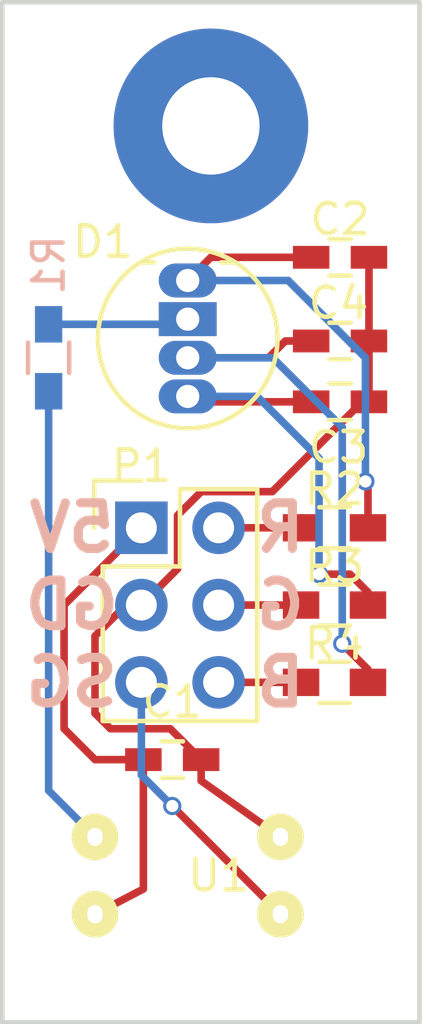
<source format=kicad_pcb>
(kicad_pcb (version 4) (host pcbnew 4.0.5+dfsg1-4)

  (general
    (links 19)
    (no_connects 4)
    (area 171.120999 86.792999 184.987001 120.471001)
    (thickness 1.6)
    (drawings 11)
    (tracks 66)
    (zones 0)
    (modules 12)
    (nets 13)
  )

  (page A4)
  (layers
    (0 F.Cu signal)
    (31 B.Cu signal)
    (32 B.Adhes user)
    (33 F.Adhes user)
    (34 B.Paste user)
    (35 F.Paste user)
    (36 B.SilkS user)
    (37 F.SilkS user)
    (38 B.Mask user)
    (39 F.Mask user)
    (40 Dwgs.User user)
    (41 Cmts.User user)
    (42 Eco1.User user)
    (43 Eco2.User user)
    (44 Edge.Cuts user)
    (45 Margin user)
    (46 B.CrtYd user)
    (47 F.CrtYd user)
    (48 B.Fab user)
    (49 F.Fab user)
  )

  (setup
    (last_trace_width 0.25)
    (trace_clearance 0.2)
    (zone_clearance 0.508)
    (zone_45_only no)
    (trace_min 0.2)
    (segment_width 0.2)
    (edge_width 0.15)
    (via_size 0.6)
    (via_drill 0.4)
    (via_min_size 0.4)
    (via_min_drill 0.3)
    (uvia_size 0.3)
    (uvia_drill 0.1)
    (uvias_allowed no)
    (uvia_min_size 0.2)
    (uvia_min_drill 0.1)
    (pcb_text_width 0.3)
    (pcb_text_size 1.5 1.5)
    (mod_edge_width 0.15)
    (mod_text_size 1 1)
    (mod_text_width 0.15)
    (pad_size 1.524 1.524)
    (pad_drill 0.762)
    (pad_to_mask_clearance 0.2)
    (aux_axis_origin 0 0)
    (visible_elements FFFEFF7F)
    (pcbplotparams
      (layerselection 0x00030_80000001)
      (usegerberextensions false)
      (excludeedgelayer true)
      (linewidth 0.100000)
      (plotframeref false)
      (viasonmask false)
      (mode 1)
      (useauxorigin false)
      (hpglpennumber 1)
      (hpglpenspeed 20)
      (hpglpendiameter 15)
      (hpglpenoverlay 2)
      (psnegative false)
      (psa4output false)
      (plotreference true)
      (plotvalue true)
      (plotinvisibletext false)
      (padsonsilk false)
      (subtractmaskfromsilk false)
      (outputformat 1)
      (mirror false)
      (drillshape 1)
      (scaleselection 1)
      (outputdirectory ""))
  )

  (net 0 "")
  (net 1 +5VL)
  (net 2 RED)
  (net 3 GND)
  (net 4 GREEN)
  (net 5 SIGNAL)
  (net 6 BLUE)
  (net 7 "Net-(D1-Pad2)")
  (net 8 "Net-(R1-Pad2)")
  (net 9 "Net-(P2-Pad1)")
  (net 10 "Net-(C2-Pad1)")
  (net 11 "Net-(C3-Pad1)")
  (net 12 "Net-(C4-Pad1)")

  (net_class Default "This is the default net class."
    (clearance 0.2)
    (trace_width 0.25)
    (via_dia 0.6)
    (via_drill 0.4)
    (uvia_dia 0.3)
    (uvia_drill 0.1)
    (add_net +5VL)
    (add_net BLUE)
    (add_net GND)
    (add_net GREEN)
    (add_net "Net-(C2-Pad1)")
    (add_net "Net-(C3-Pad1)")
    (add_net "Net-(C4-Pad1)")
    (add_net "Net-(D1-Pad2)")
    (add_net "Net-(P2-Pad1)")
    (add_net "Net-(R1-Pad2)")
    (add_net RED)
    (add_net SIGNAL)
  )

  (module Pin_Headers:Pin_Header_Straight_2x03 (layer F.Cu) (tedit 5A78B1A5) (tstamp 5A773EFC)
    (at 175.768 104.14)
    (descr "Through hole pin header")
    (tags "pin header")
    (path /5A7730C9)
    (fp_text reference P1 (at 0 -2.032) (layer F.SilkS)
      (effects (font (size 1 1) (thickness 0.15)))
    )
    (fp_text value CONN_02X03 (at -2.54 2.032 90) (layer F.Fab)
      (effects (font (size 1 1) (thickness 0.15)))
    )
    (fp_line (start -1.27 1.27) (end -1.27 6.35) (layer F.SilkS) (width 0.15))
    (fp_line (start -1.55 -1.55) (end 0 -1.55) (layer F.SilkS) (width 0.15))
    (fp_line (start -1.75 -1.75) (end -1.75 6.85) (layer F.CrtYd) (width 0.05))
    (fp_line (start 4.3 -1.75) (end 4.3 6.85) (layer F.CrtYd) (width 0.05))
    (fp_line (start -1.75 -1.75) (end 4.3 -1.75) (layer F.CrtYd) (width 0.05))
    (fp_line (start -1.75 6.85) (end 4.3 6.85) (layer F.CrtYd) (width 0.05))
    (fp_line (start 1.27 -1.27) (end 1.27 1.27) (layer F.SilkS) (width 0.15))
    (fp_line (start 1.27 1.27) (end -1.27 1.27) (layer F.SilkS) (width 0.15))
    (fp_line (start -1.27 6.35) (end 3.81 6.35) (layer F.SilkS) (width 0.15))
    (fp_line (start 3.81 6.35) (end 3.81 1.27) (layer F.SilkS) (width 0.15))
    (fp_line (start -1.55 -1.55) (end -1.55 0) (layer F.SilkS) (width 0.15))
    (fp_line (start 3.81 -1.27) (end 1.27 -1.27) (layer F.SilkS) (width 0.15))
    (fp_line (start 3.81 1.27) (end 3.81 -1.27) (layer F.SilkS) (width 0.15))
    (pad 1 thru_hole rect (at 0 0) (size 1.7272 1.7272) (drill 1.016) (layers *.Cu *.Mask)
      (net 1 +5VL))
    (pad 2 thru_hole oval (at 2.54 0) (size 1.7272 1.7272) (drill 1.016) (layers *.Cu *.Mask)
      (net 2 RED))
    (pad 3 thru_hole oval (at 0 2.54) (size 1.7272 1.7272) (drill 1.016) (layers *.Cu *.Mask)
      (net 3 GND))
    (pad 4 thru_hole oval (at 2.54 2.54) (size 1.7272 1.7272) (drill 1.016) (layers *.Cu *.Mask)
      (net 4 GREEN))
    (pad 5 thru_hole oval (at 0 5.08) (size 1.7272 1.7272) (drill 1.016) (layers *.Cu *.Mask)
      (net 5 SIGNAL))
    (pad 6 thru_hole oval (at 2.54 5.08) (size 1.7272 1.7272) (drill 1.016) (layers *.Cu *.Mask)
      (net 6 BLUE))
    (model Pin_Headers.3dshapes/Pin_Header_Straight_2x03.wrl
      (at (xyz 0.05 -0.1 0))
      (scale (xyz 1 1 1))
      (rotate (xyz 0 0 90))
    )
  )

  (module s4282:S4282-51 (layer F.Cu) (tedit 5A773F3B) (tstamp 5A773FA3)
    (at 177.292 115.57)
    (path /5A773059)
    (fp_text reference U1 (at 1.016 0) (layer F.SilkS)
      (effects (font (size 1 1) (thickness 0.15)))
    )
    (fp_text value S4282-51 (at 0 3.048) (layer F.Fab)
      (effects (font (size 1 1) (thickness 0.15)))
    )
    (pad 1 thru_hole circle (at -3.048 -1.27) (size 1.524 1.524) (drill oval 0.5 0.6) (layers *.Cu *.Mask F.SilkS)
      (net 8 "Net-(R1-Pad2)"))
    (pad 4 thru_hole circle (at 3.048 -1.27) (size 1.524 1.524) (drill oval 0.5 0.6) (layers *.Cu *.Mask F.SilkS)
      (net 3 GND))
    (pad 2 thru_hole circle (at -3.048 1.27) (size 1.524 1.524) (drill oval 0.5 0.6) (layers *.Cu *.Mask F.SilkS)
      (net 1 +5VL))
    (pad 3 thru_hole circle (at 3.048 1.27) (size 1.524 1.524) (drill oval 0.5 0.6) (layers *.Cu *.Mask F.SilkS)
      (net 5 SIGNAL))
  )

  (module Capacitors_SMD:C_0603_HandSoldering (layer F.Cu) (tedit 5A773F2C) (tstamp 5A77B38C)
    (at 176.784 111.76)
    (descr "Capacitor SMD 0603, hand soldering")
    (tags "capacitor 0603")
    (path /5A7740A3)
    (attr smd)
    (fp_text reference C1 (at 0 -1.9) (layer F.SilkS)
      (effects (font (size 1 1) (thickness 0.15)))
    )
    (fp_text value 1uF (at 3.556 0) (layer F.Fab)
      (effects (font (size 1 1) (thickness 0.15)))
    )
    (fp_line (start -0.8 0.4) (end -0.8 -0.4) (layer F.Fab) (width 0.15))
    (fp_line (start 0.8 0.4) (end -0.8 0.4) (layer F.Fab) (width 0.15))
    (fp_line (start 0.8 -0.4) (end 0.8 0.4) (layer F.Fab) (width 0.15))
    (fp_line (start -0.8 -0.4) (end 0.8 -0.4) (layer F.Fab) (width 0.15))
    (fp_line (start -1.85 -0.75) (end 1.85 -0.75) (layer F.CrtYd) (width 0.05))
    (fp_line (start -1.85 0.75) (end 1.85 0.75) (layer F.CrtYd) (width 0.05))
    (fp_line (start -1.85 -0.75) (end -1.85 0.75) (layer F.CrtYd) (width 0.05))
    (fp_line (start 1.85 -0.75) (end 1.85 0.75) (layer F.CrtYd) (width 0.05))
    (fp_line (start -0.35 -0.6) (end 0.35 -0.6) (layer F.SilkS) (width 0.15))
    (fp_line (start 0.35 0.6) (end -0.35 0.6) (layer F.SilkS) (width 0.15))
    (pad 1 smd rect (at -0.95 0) (size 1.2 0.75) (layers F.Cu F.Paste F.Mask)
      (net 1 +5VL))
    (pad 2 smd rect (at 0.95 0) (size 1.2 0.75) (layers F.Cu F.Paste F.Mask)
      (net 3 GND))
    (model Capacitors_SMD.3dshapes/C_0603_HandSoldering.wrl
      (at (xyz 0 0 0))
      (scale (xyz 1 1 1))
      (rotate (xyz 0 0 0))
    )
  )

  (module Resistors_SMD:R_0603_HandSoldering (layer B.Cu) (tedit 5A78B1CC) (tstamp 5A792218)
    (at 172.72 98.552 270)
    (descr "Resistor SMD 0603, hand soldering")
    (tags "resistor 0603")
    (path /5A7B07A9)
    (attr smd)
    (fp_text reference R1 (at -3.048 0 270) (layer B.SilkS)
      (effects (font (size 1 1) (thickness 0.15)) (justify mirror))
    )
    (fp_text value R (at 0 -1.9 270) (layer B.Fab)
      (effects (font (size 1 1) (thickness 0.15)) (justify mirror))
    )
    (fp_line (start -0.8 -0.4) (end -0.8 0.4) (layer B.Fab) (width 0.1))
    (fp_line (start 0.8 -0.4) (end -0.8 -0.4) (layer B.Fab) (width 0.1))
    (fp_line (start 0.8 0.4) (end 0.8 -0.4) (layer B.Fab) (width 0.1))
    (fp_line (start -0.8 0.4) (end 0.8 0.4) (layer B.Fab) (width 0.1))
    (fp_line (start -2 0.8) (end 2 0.8) (layer B.CrtYd) (width 0.05))
    (fp_line (start -2 -0.8) (end 2 -0.8) (layer B.CrtYd) (width 0.05))
    (fp_line (start -2 0.8) (end -2 -0.8) (layer B.CrtYd) (width 0.05))
    (fp_line (start 2 0.8) (end 2 -0.8) (layer B.CrtYd) (width 0.05))
    (fp_line (start 0.5 -0.675) (end -0.5 -0.675) (layer B.SilkS) (width 0.15))
    (fp_line (start -0.5 0.675) (end 0.5 0.675) (layer B.SilkS) (width 0.15))
    (pad 1 smd rect (at -1.1 0 270) (size 1.2 0.9) (layers B.Cu B.Paste B.Mask)
      (net 7 "Net-(D1-Pad2)"))
    (pad 2 smd rect (at 1.1 0 270) (size 1.2 0.9) (layers B.Cu B.Paste B.Mask)
      (net 8 "Net-(R1-Pad2)"))
    (model Resistors_SMD.3dshapes/R_0603_HandSoldering.wrl
      (at (xyz 0 0 0))
      (scale (xyz 1 1 1))
      (rotate (xyz 0 0 0))
    )
  )

  (module LEDs:LED-RGB-5MM_Common_Cathode (layer F.Cu) (tedit 5A78B5B3) (tstamp 5A7A07F7)
    (at 177.292 96.012)
    (descr "5mm common cathode RGB LED")
    (tags "RGB LED 5mm Common Cathode")
    (path /5A7B0E12)
    (fp_text reference D1 (at -2.794 -1.27) (layer F.SilkS)
      (effects (font (size 1 1) (thickness 0.15)))
    )
    (fp_text value LED_RCBG (at 0 6.25) (layer F.Fab)
      (effects (font (size 1 1) (thickness 0.15)))
    )
    (fp_circle (center 0 1.905) (end 3.2 1.905) (layer F.CrtYd) (width 0.05))
    (fp_line (start -1.1 -0.595) (end -1.55 -0.595) (layer F.SilkS) (width 0.15))
    (fp_circle (center 0 1.905) (end 2.95 1.905) (layer F.SilkS) (width 0.15))
    (fp_line (start 1.1 -0.595) (end 1.55 -0.595) (layer F.SilkS) (width 0.15))
    (pad 1 thru_hole oval (at 0 0) (size 1.905 1.1176) (drill 0.762) (layers *.Cu *.Mask)
      (net 10 "Net-(C2-Pad1)"))
    (pad 2 thru_hole rect (at 0 1.27) (size 1.905 1.1176) (drill 0.762) (layers *.Cu *.Mask)
      (net 7 "Net-(D1-Pad2)"))
    (pad 3 thru_hole oval (at 0 2.54) (size 1.905 1.1176) (drill 0.762) (layers *.Cu *.Mask)
      (net 12 "Net-(C4-Pad1)"))
    (pad 4 thru_hole oval (at 0 3.81) (size 1.905 1.1176) (drill 0.762) (layers *.Cu *.Mask)
      (net 11 "Net-(C3-Pad1)"))
  )

  (module Mounting_Holes:MountingHole_3.2mm_M3_Pad (layer F.Cu) (tedit 5A78C3F4) (tstamp 5A7A07FC)
    (at 178.054 90.932)
    (descr "Mounting Hole 3.2mm, M3")
    (tags "mounting hole 3.2mm m3")
    (path /5A7B0B5B)
    (fp_text reference P2 (at -3.302 -3.048) (layer F.SilkS) hide
      (effects (font (size 1 1) (thickness 0.15)))
    )
    (fp_text value Mounting (at 4.064 0 90) (layer F.Fab)
      (effects (font (size 1 1) (thickness 0.15)))
    )
    (fp_circle (center 0 0) (end 3.2 0) (layer Cmts.User) (width 0.15))
    (fp_circle (center 0 0) (end 3.45 0) (layer F.CrtYd) (width 0.05))
    (pad 1 thru_hole circle (at 0 0) (size 6.4 6.4) (drill 3.2) (layers *.Cu *.Mask)
      (net 9 "Net-(P2-Pad1)"))
  )

  (module Resistors_SMD:R_0603_HandSoldering (layer F.Cu) (tedit 5A78E98A) (tstamp 5A7A0970)
    (at 182.118 104.14)
    (descr "Resistor SMD 0603, hand soldering")
    (tags "resistor 0603")
    (path /5A7B0998)
    (attr smd)
    (fp_text reference R2 (at 0 -1.27) (layer F.SilkS)
      (effects (font (size 1 1) (thickness 0.15)))
    )
    (fp_text value 150 (at 0 1.9) (layer F.Fab)
      (effects (font (size 1 1) (thickness 0.15)))
    )
    (fp_line (start -0.8 0.4) (end -0.8 -0.4) (layer F.Fab) (width 0.1))
    (fp_line (start 0.8 0.4) (end -0.8 0.4) (layer F.Fab) (width 0.1))
    (fp_line (start 0.8 -0.4) (end 0.8 0.4) (layer F.Fab) (width 0.1))
    (fp_line (start -0.8 -0.4) (end 0.8 -0.4) (layer F.Fab) (width 0.1))
    (fp_line (start -2 -0.8) (end 2 -0.8) (layer F.CrtYd) (width 0.05))
    (fp_line (start -2 0.8) (end 2 0.8) (layer F.CrtYd) (width 0.05))
    (fp_line (start -2 -0.8) (end -2 0.8) (layer F.CrtYd) (width 0.05))
    (fp_line (start 2 -0.8) (end 2 0.8) (layer F.CrtYd) (width 0.05))
    (fp_line (start 0.5 0.675) (end -0.5 0.675) (layer F.SilkS) (width 0.15))
    (fp_line (start -0.5 -0.675) (end 0.5 -0.675) (layer F.SilkS) (width 0.15))
    (pad 1 smd rect (at -1.1 0) (size 1.2 0.9) (layers F.Cu F.Paste F.Mask)
      (net 2 RED))
    (pad 2 smd rect (at 1.1 0) (size 1.2 0.9) (layers F.Cu F.Paste F.Mask)
      (net 10 "Net-(C2-Pad1)"))
    (model Resistors_SMD.3dshapes/R_0603_HandSoldering.wrl
      (at (xyz 0 0 0))
      (scale (xyz 1 1 1))
      (rotate (xyz 0 0 0))
    )
  )

  (module Resistors_SMD:R_0603_HandSoldering (layer F.Cu) (tedit 5A78E996) (tstamp 5A7A0976)
    (at 182.118 106.68)
    (descr "Resistor SMD 0603, hand soldering")
    (tags "resistor 0603")
    (path /5A7B09EB)
    (attr smd)
    (fp_text reference R3 (at 0 -1.27) (layer F.SilkS)
      (effects (font (size 1 1) (thickness 0.15)))
    )
    (fp_text value 76 (at 0 1.9) (layer F.Fab)
      (effects (font (size 1 1) (thickness 0.15)))
    )
    (fp_line (start -0.8 0.4) (end -0.8 -0.4) (layer F.Fab) (width 0.1))
    (fp_line (start 0.8 0.4) (end -0.8 0.4) (layer F.Fab) (width 0.1))
    (fp_line (start 0.8 -0.4) (end 0.8 0.4) (layer F.Fab) (width 0.1))
    (fp_line (start -0.8 -0.4) (end 0.8 -0.4) (layer F.Fab) (width 0.1))
    (fp_line (start -2 -0.8) (end 2 -0.8) (layer F.CrtYd) (width 0.05))
    (fp_line (start -2 0.8) (end 2 0.8) (layer F.CrtYd) (width 0.05))
    (fp_line (start -2 -0.8) (end -2 0.8) (layer F.CrtYd) (width 0.05))
    (fp_line (start 2 -0.8) (end 2 0.8) (layer F.CrtYd) (width 0.05))
    (fp_line (start 0.5 0.675) (end -0.5 0.675) (layer F.SilkS) (width 0.15))
    (fp_line (start -0.5 -0.675) (end 0.5 -0.675) (layer F.SilkS) (width 0.15))
    (pad 1 smd rect (at -1.1 0) (size 1.2 0.9) (layers F.Cu F.Paste F.Mask)
      (net 4 GREEN))
    (pad 2 smd rect (at 1.1 0) (size 1.2 0.9) (layers F.Cu F.Paste F.Mask)
      (net 11 "Net-(C3-Pad1)"))
    (model Resistors_SMD.3dshapes/R_0603_HandSoldering.wrl
      (at (xyz 0 0 0))
      (scale (xyz 1 1 1))
      (rotate (xyz 0 0 0))
    )
  )

  (module Resistors_SMD:R_0603_HandSoldering (layer F.Cu) (tedit 5A78E99D) (tstamp 5A7A097C)
    (at 182.118 109.22)
    (descr "Resistor SMD 0603, hand soldering")
    (tags "resistor 0603")
    (path /5A7B0A24)
    (attr smd)
    (fp_text reference R4 (at 0 -1.27) (layer F.SilkS)
      (effects (font (size 1 1) (thickness 0.15)))
    )
    (fp_text value 82 (at 0 1.9) (layer F.Fab)
      (effects (font (size 1 1) (thickness 0.15)))
    )
    (fp_line (start -0.8 0.4) (end -0.8 -0.4) (layer F.Fab) (width 0.1))
    (fp_line (start 0.8 0.4) (end -0.8 0.4) (layer F.Fab) (width 0.1))
    (fp_line (start 0.8 -0.4) (end 0.8 0.4) (layer F.Fab) (width 0.1))
    (fp_line (start -0.8 -0.4) (end 0.8 -0.4) (layer F.Fab) (width 0.1))
    (fp_line (start -2 -0.8) (end 2 -0.8) (layer F.CrtYd) (width 0.05))
    (fp_line (start -2 0.8) (end 2 0.8) (layer F.CrtYd) (width 0.05))
    (fp_line (start -2 -0.8) (end -2 0.8) (layer F.CrtYd) (width 0.05))
    (fp_line (start 2 -0.8) (end 2 0.8) (layer F.CrtYd) (width 0.05))
    (fp_line (start 0.5 0.675) (end -0.5 0.675) (layer F.SilkS) (width 0.15))
    (fp_line (start -0.5 -0.675) (end 0.5 -0.675) (layer F.SilkS) (width 0.15))
    (pad 1 smd rect (at -1.1 0) (size 1.2 0.9) (layers F.Cu F.Paste F.Mask)
      (net 6 BLUE))
    (pad 2 smd rect (at 1.1 0) (size 1.2 0.9) (layers F.Cu F.Paste F.Mask)
      (net 12 "Net-(C4-Pad1)"))
    (model Resistors_SMD.3dshapes/R_0603_HandSoldering.wrl
      (at (xyz 0 0 0))
      (scale (xyz 1 1 1))
      (rotate (xyz 0 0 0))
    )
  )

  (module Capacitors_SMD:C_0603_HandSoldering (layer F.Cu) (tedit 541A9B4D) (tstamp 5A978890)
    (at 182.3 95.25)
    (descr "Capacitor SMD 0603, hand soldering")
    (tags "capacitor 0603")
    (path /5A89F2CC)
    (attr smd)
    (fp_text reference C2 (at 0 -1.25) (layer F.SilkS)
      (effects (font (size 1 1) (thickness 0.15)))
    )
    (fp_text value C_Small (at 0 1.9) (layer F.Fab)
      (effects (font (size 1 1) (thickness 0.15)))
    )
    (fp_line (start -0.8 0.4) (end -0.8 -0.4) (layer F.Fab) (width 0.15))
    (fp_line (start 0.8 0.4) (end -0.8 0.4) (layer F.Fab) (width 0.15))
    (fp_line (start 0.8 -0.4) (end 0.8 0.4) (layer F.Fab) (width 0.15))
    (fp_line (start -0.8 -0.4) (end 0.8 -0.4) (layer F.Fab) (width 0.15))
    (fp_line (start -1.85 -0.75) (end 1.85 -0.75) (layer F.CrtYd) (width 0.05))
    (fp_line (start -1.85 0.75) (end 1.85 0.75) (layer F.CrtYd) (width 0.05))
    (fp_line (start -1.85 -0.75) (end -1.85 0.75) (layer F.CrtYd) (width 0.05))
    (fp_line (start 1.85 -0.75) (end 1.85 0.75) (layer F.CrtYd) (width 0.05))
    (fp_line (start -0.35 -0.6) (end 0.35 -0.6) (layer F.SilkS) (width 0.15))
    (fp_line (start 0.35 0.6) (end -0.35 0.6) (layer F.SilkS) (width 0.15))
    (pad 1 smd rect (at -0.95 0) (size 1.2 0.75) (layers F.Cu F.Paste F.Mask)
      (net 10 "Net-(C2-Pad1)"))
    (pad 2 smd rect (at 0.95 0) (size 1.2 0.75) (layers F.Cu F.Paste F.Mask)
      (net 3 GND))
    (model Capacitors_SMD.3dshapes/C_0603_HandSoldering.wrl
      (at (xyz 0 0 0))
      (scale (xyz 1 1 1))
      (rotate (xyz 0 0 0))
    )
  )

  (module Capacitors_SMD:C_0603_HandSoldering (layer F.Cu) (tedit 541A9B4D) (tstamp 5A978896)
    (at 182.3 100)
    (descr "Capacitor SMD 0603, hand soldering")
    (tags "capacitor 0603")
    (path /5A89F333)
    (attr smd)
    (fp_text reference C3 (at -0.05 1.5) (layer F.SilkS)
      (effects (font (size 1 1) (thickness 0.15)))
    )
    (fp_text value C_Small (at 0 1.9) (layer F.Fab)
      (effects (font (size 1 1) (thickness 0.15)))
    )
    (fp_line (start -0.8 0.4) (end -0.8 -0.4) (layer F.Fab) (width 0.15))
    (fp_line (start 0.8 0.4) (end -0.8 0.4) (layer F.Fab) (width 0.15))
    (fp_line (start 0.8 -0.4) (end 0.8 0.4) (layer F.Fab) (width 0.15))
    (fp_line (start -0.8 -0.4) (end 0.8 -0.4) (layer F.Fab) (width 0.15))
    (fp_line (start -1.85 -0.75) (end 1.85 -0.75) (layer F.CrtYd) (width 0.05))
    (fp_line (start -1.85 0.75) (end 1.85 0.75) (layer F.CrtYd) (width 0.05))
    (fp_line (start -1.85 -0.75) (end -1.85 0.75) (layer F.CrtYd) (width 0.05))
    (fp_line (start 1.85 -0.75) (end 1.85 0.75) (layer F.CrtYd) (width 0.05))
    (fp_line (start -0.35 -0.6) (end 0.35 -0.6) (layer F.SilkS) (width 0.15))
    (fp_line (start 0.35 0.6) (end -0.35 0.6) (layer F.SilkS) (width 0.15))
    (pad 1 smd rect (at -0.95 0) (size 1.2 0.75) (layers F.Cu F.Paste F.Mask)
      (net 11 "Net-(C3-Pad1)"))
    (pad 2 smd rect (at 0.95 0) (size 1.2 0.75) (layers F.Cu F.Paste F.Mask)
      (net 3 GND))
    (model Capacitors_SMD.3dshapes/C_0603_HandSoldering.wrl
      (at (xyz 0 0 0))
      (scale (xyz 1 1 1))
      (rotate (xyz 0 0 0))
    )
  )

  (module Capacitors_SMD:C_0603_HandSoldering (layer F.Cu) (tedit 541A9B4D) (tstamp 5A97889C)
    (at 182.3 98)
    (descr "Capacitor SMD 0603, hand soldering")
    (tags "capacitor 0603")
    (path /5A89F382)
    (attr smd)
    (fp_text reference C4 (at -0.05 -1.25) (layer F.SilkS)
      (effects (font (size 1 1) (thickness 0.15)))
    )
    (fp_text value C_Small (at 0 1.9) (layer F.Fab)
      (effects (font (size 1 1) (thickness 0.15)))
    )
    (fp_line (start -0.8 0.4) (end -0.8 -0.4) (layer F.Fab) (width 0.15))
    (fp_line (start 0.8 0.4) (end -0.8 0.4) (layer F.Fab) (width 0.15))
    (fp_line (start 0.8 -0.4) (end 0.8 0.4) (layer F.Fab) (width 0.15))
    (fp_line (start -0.8 -0.4) (end 0.8 -0.4) (layer F.Fab) (width 0.15))
    (fp_line (start -1.85 -0.75) (end 1.85 -0.75) (layer F.CrtYd) (width 0.05))
    (fp_line (start -1.85 0.75) (end 1.85 0.75) (layer F.CrtYd) (width 0.05))
    (fp_line (start -1.85 -0.75) (end -1.85 0.75) (layer F.CrtYd) (width 0.05))
    (fp_line (start 1.85 -0.75) (end 1.85 0.75) (layer F.CrtYd) (width 0.05))
    (fp_line (start -0.35 -0.6) (end 0.35 -0.6) (layer F.SilkS) (width 0.15))
    (fp_line (start 0.35 0.6) (end -0.35 0.6) (layer F.SilkS) (width 0.15))
    (pad 1 smd rect (at -0.95 0) (size 1.2 0.75) (layers F.Cu F.Paste F.Mask)
      (net 12 "Net-(C4-Pad1)"))
    (pad 2 smd rect (at 0.95 0) (size 1.2 0.75) (layers F.Cu F.Paste F.Mask)
      (net 3 GND))
    (model Capacitors_SMD.3dshapes/C_0603_HandSoldering.wrl
      (at (xyz 0 0 0))
      (scale (xyz 1 1 1))
      (rotate (xyz 0 0 0))
    )
  )

  (gr_text B (at 180.34 109.22) (layer B.SilkS)
    (effects (font (size 1.5 1.5) (thickness 0.3)) (justify mirror))
  )
  (gr_text G (at 180.34 106.68) (layer B.SilkS)
    (effects (font (size 1.5 1.5) (thickness 0.3)) (justify mirror))
  )
  (gr_text R (at 180.34 104.14) (layer B.SilkS)
    (effects (font (size 1.5 1.5) (thickness 0.3)) (justify mirror))
  )
  (gr_text SG (at 173.482 109.22) (layer B.SilkS)
    (effects (font (size 1.5 1.5) (thickness 0.3)) (justify mirror))
  )
  (gr_text GD (at 173.482 106.68) (layer B.SilkS)
    (effects (font (size 1.5 1.5) (thickness 0.3)) (justify mirror))
  )
  (gr_text 5V (at 173.482 104.14) (layer B.SilkS)
    (effects (font (size 1.5 1.5) (thickness 0.3)) (justify mirror))
  )
  (gr_line (start 184.912 86.868) (end 177.292 86.868) (angle 90) (layer Edge.Cuts) (width 0.15))
  (gr_line (start 184.912 120.396) (end 184.912 86.868) (angle 90) (layer Edge.Cuts) (width 0.15))
  (gr_line (start 171.196 120.396) (end 184.912 120.396) (angle 90) (layer Edge.Cuts) (width 0.15))
  (gr_line (start 171.196 86.868) (end 171.196 120.396) (angle 90) (layer Edge.Cuts) (width 0.15))
  (gr_line (start 177.292 86.868) (end 171.196 86.868) (angle 90) (layer Edge.Cuts) (width 0.15))

  (segment (start 175.768 104.14) (end 173.228 106.68) (width 0.25) (layer F.Cu) (net 1) (status 10))
  (segment (start 173.228 106.68) (end 173.228 110.744) (width 0.25) (layer F.Cu) (net 1) (tstamp 5A77B3DB))
  (segment (start 173.228 110.744) (end 174.244 111.76) (width 0.25) (layer F.Cu) (net 1) (tstamp 5A77B3DC))
  (segment (start 174.244 111.76) (end 175.834 111.76) (width 0.25) (layer F.Cu) (net 1) (tstamp 5A77B3DE))
  (segment (start 175.834 111.76) (end 175.834 116.012) (width 0.25) (layer F.Cu) (net 1))
  (segment (start 175.834 116.012) (end 174.244 116.84) (width 0.25) (layer F.Cu) (net 1) (tstamp 5A77B393) (status 20))
  (segment (start 178.308 104.14) (end 181.018 104.14) (width 0.25) (layer F.Cu) (net 2) (status 10))
  (segment (start 178.308 104.14) (end 178.38928 104.14) (width 0.25) (layer F.Cu) (net 2) (status 30))
  (segment (start 183.25 96) (end 183.25 95.25) (width 0.25) (layer F.Cu) (net 3))
  (segment (start 183.25 96) (end 183.25 98) (width 0.25) (layer F.Cu) (net 3))
  (segment (start 183.25 98) (end 183.25 100) (width 0.25) (layer F.Cu) (net 3))
  (segment (start 183.25 100) (end 183.025 100) (width 0.25) (layer F.Cu) (net 3))
  (segment (start 183.025 100) (end 180.073601 102.951399) (width 0.25) (layer F.Cu) (net 3))
  (segment (start 176.956601 103.732269) (end 176.956601 105.491399) (width 0.25) (layer F.Cu) (net 3))
  (segment (start 180.073601 102.951399) (end 177.737471 102.951399) (width 0.25) (layer F.Cu) (net 3))
  (segment (start 177.737471 102.951399) (end 176.956601 103.732269) (width 0.25) (layer F.Cu) (net 3))
  (segment (start 176.631599 105.816401) (end 175.768 106.68) (width 0.25) (layer F.Cu) (net 3))
  (segment (start 176.956601 105.491399) (end 176.631599 105.816401) (width 0.25) (layer F.Cu) (net 3))
  (segment (start 175.768 106.68) (end 175.26 106.68) (width 0.25) (layer F.Cu) (net 3))
  (segment (start 175.26 106.68) (end 174.244 107.696) (width 0.25) (layer F.Cu) (net 3) (tstamp 5A77B3D2))
  (segment (start 174.244 107.696) (end 174.244 110.236) (width 0.25) (layer F.Cu) (net 3) (tstamp 5A77B3D3))
  (segment (start 174.244 110.236) (end 174.752 110.744) (width 0.25) (layer F.Cu) (net 3) (tstamp 5A77B3D5))
  (segment (start 174.752 110.744) (end 176.718 110.744) (width 0.25) (layer F.Cu) (net 3) (tstamp 5A77B3D6))
  (segment (start 176.718 110.744) (end 177.734 111.76) (width 0.25) (layer F.Cu) (net 3) (tstamp 5A77B3D7))
  (segment (start 177.734 111.76) (end 177.734 112.456) (width 0.25) (layer F.Cu) (net 3))
  (segment (start 177.734 112.456) (end 180.34 114.3) (width 0.25) (layer F.Cu) (net 3) (tstamp 5A77B397) (status 20))
  (segment (start 178.308 106.68) (end 181.018 106.68) (width 0.25) (layer F.Cu) (net 4))
  (segment (start 180.34 116.84) (end 176.784 113.284) (width 0.25) (layer F.Cu) (net 5))
  (segment (start 175.768 112.268) (end 175.768 109.22) (width 0.25) (layer B.Cu) (net 5) (tstamp 5A7A08DF))
  (segment (start 176.784 113.284) (end 175.768 112.268) (width 0.25) (layer B.Cu) (net 5) (tstamp 5A7A08DE))
  (via (at 176.784 113.284) (size 0.6) (drill 0.4) (layers F.Cu B.Cu) (net 5))
  (segment (start 178.308 109.22) (end 181.018 109.22) (width 0.25) (layer F.Cu) (net 6))
  (segment (start 172.72 97.452) (end 177.122 97.452) (width 0.25) (layer B.Cu) (net 7))
  (segment (start 177.122 97.452) (end 177.292 97.282) (width 0.25) (layer B.Cu) (net 7) (tstamp 5A7A090A))
  (segment (start 177.122 97.452) (end 177.292 97.282) (width 0.25) (layer F.Cu) (net 7) (tstamp 5A7A0880))
  (segment (start 172.72 99.652) (end 172.72 112.776) (width 0.25) (layer B.Cu) (net 8))
  (segment (start 172.72 112.776) (end 174.244 114.3) (width 0.25) (layer B.Cu) (net 8) (tstamp 5A7A090D))
  (segment (start 181.35 95.25) (end 178.054 95.25) (width 0.25) (layer F.Cu) (net 10))
  (segment (start 178.054 95.25) (end 177.292 96.012) (width 0.25) (layer F.Cu) (net 10))
  (segment (start 177.304 96) (end 177.292 96.012) (width 0.25) (layer F.Cu) (net 10))
  (segment (start 177.292 96.012) (end 180.594 96.012) (width 0.25) (layer B.Cu) (net 10))
  (segment (start 183.218 102.7) (end 183.218 104.14) (width 0.25) (layer F.Cu) (net 10) (tstamp 5A7A09F0))
  (segment (start 183.134 102.616) (end 183.218 102.7) (width 0.25) (layer F.Cu) (net 10) (tstamp 5A7A09EF))
  (via (at 183.134 102.616) (size 0.6) (drill 0.4) (layers F.Cu B.Cu) (net 10))
  (segment (start 183.134 98.552) (end 183.134 102.616) (width 0.25) (layer B.Cu) (net 10) (tstamp 5A7A09EC))
  (segment (start 180.594 96.012) (end 183.134 98.552) (width 0.25) (layer B.Cu) (net 10) (tstamp 5A7A09EA))
  (segment (start 181.35 100) (end 177.47 100) (width 0.25) (layer F.Cu) (net 11))
  (segment (start 177.47 100) (end 177.292 99.822) (width 0.25) (layer F.Cu) (net 11))
  (segment (start 177.292 99.822) (end 179.578 99.822) (width 0.25) (layer B.Cu) (net 11))
  (segment (start 182.626 105.664) (end 183.218 106.256) (width 0.25) (layer F.Cu) (net 11) (tstamp 5A7A0A02))
  (segment (start 181.61 105.664) (end 182.626 105.664) (width 0.25) (layer F.Cu) (net 11) (tstamp 5A7A0A01))
  (via (at 181.61 105.664) (size 0.6) (drill 0.4) (layers F.Cu B.Cu) (net 11))
  (segment (start 181.61 101.854) (end 181.61 105.664) (width 0.25) (layer B.Cu) (net 11) (tstamp 5A7A09FE))
  (segment (start 179.578 99.822) (end 181.61 101.854) (width 0.25) (layer B.Cu) (net 11) (tstamp 5A7A09FC))
  (segment (start 183.218 106.256) (end 183.218 106.68) (width 0.25) (layer F.Cu) (net 11) (tstamp 5A7A0A03))
  (segment (start 177.292 100.076) (end 177.292 99.822) (width 0.25) (layer B.Cu) (net 11) (tstamp 5A7A082E))
  (segment (start 181.35 98) (end 180.5 98) (width 0.25) (layer F.Cu) (net 12))
  (segment (start 180.5 98) (end 179.948 98.552) (width 0.25) (layer F.Cu) (net 12))
  (segment (start 179.948 98.552) (end 178.4945 98.552) (width 0.25) (layer F.Cu) (net 12))
  (segment (start 178.4945 98.552) (end 177.292 98.552) (width 0.25) (layer F.Cu) (net 12))
  (segment (start 177.292 98.552) (end 180.086 98.552) (width 0.25) (layer B.Cu) (net 12))
  (segment (start 182.372 107.95) (end 183.218 108.796) (width 0.25) (layer F.Cu) (net 12) (tstamp 5A7A09F8))
  (via (at 182.372 107.95) (size 0.6) (drill 0.4) (layers F.Cu B.Cu) (net 12))
  (segment (start 182.372 100.838) (end 182.372 107.95) (width 0.25) (layer B.Cu) (net 12) (tstamp 5A7A09F5))
  (segment (start 180.086 98.552) (end 182.372 100.838) (width 0.25) (layer B.Cu) (net 12) (tstamp 5A7A09F3))
  (segment (start 183.218 108.796) (end 183.218 109.22) (width 0.25) (layer F.Cu) (net 12) (tstamp 5A7A09F9))

  (zone (net 3) (net_name GND) (layer F.Cu) (tstamp 5A7A08E5) (hatch edge 0.508)
    (connect_pads (clearance 0.508))
    (min_thickness 0.254)
    (fill (arc_segments 16) (thermal_gap 0.508) (thermal_bridge_width 0.508))
    (polygon
      (pts
        (xy 184.658 120.142) (xy 171.45 120.142) (xy 171.45 87.122) (xy 184.658 87.122)
      )
    )
  )
)

</source>
